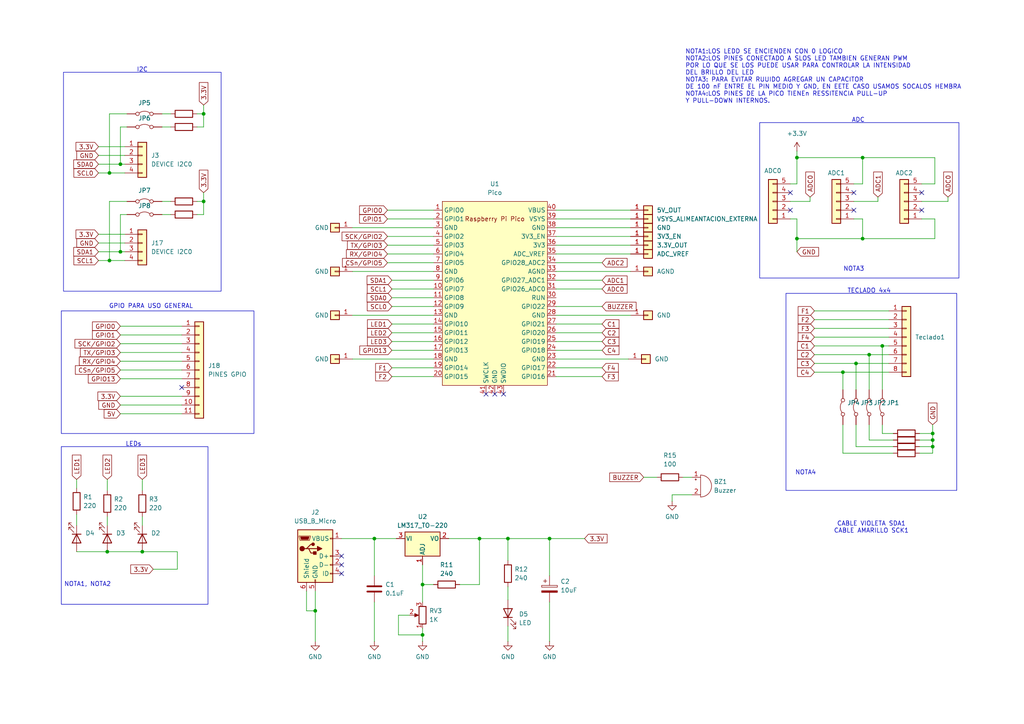
<source format=kicad_sch>
(kicad_sch (version 20231120) (generator "eeschema") (generator_version "8.0")
  (paper "A4")
  (title_block (title "PLACA DE ENTRENAMIENTO PARA RASPBERRY PICO 2") (date "2025-05-16") (rev "0"))
  (lib_symbols
    (symbol "Connector:USB_B_Micro" (pin_names (offset 1.016))
      (property "Reference" "J" (at -5.08 11.43 0))
      (property "Value" "USB_B_Micro" (at -5.08 8.89 0))
      (symbol "USB_B_Micro_0_1"
        (rectangle (start -5.08 -7.62) (end 5.08 7.62) (stroke (width 0.254)) (fill (type background)))
        (circle (center -3.81 2.159) (radius 0.635) (stroke (width 0.254)) (fill (type outline)))
        (circle (center -0.635 3.429) (radius 0.381) (stroke (width 0.254)) (fill (type outline)))
        (rectangle (start -0.127 -7.62) (end 0.127 -6.858))
        (polyline (pts (xy -1.905 2.159) (xy 0.635 2.159)) (stroke (width 0.254)))
        (polyline (pts (xy -3.175 2.159) (xy -2.54 2.159) (xy -1.27 3.429) (xy -0.635 3.429)) (stroke (width 0.254)))
        (polyline (pts (xy -2.54 2.159) (xy -1.905 2.159) (xy -1.27 0.889) (xy 0 0.889)) (stroke (width 0.254)))
        (polyline (pts (xy 0.635 2.794) (xy 0.635 1.524) (xy 1.905 2.159) (xy 0.635 2.794)) (stroke (width 0.254)) (fill (type outline)))
        (polyline (pts (xy -4.318 5.588) (xy -1.778 5.588) (xy -2.032 4.826) (xy -4.064 4.826) (xy -4.318 5.588)) (fill (type outline)))
        (polyline (pts (xy -4.699 5.842) (xy -4.699 5.588) (xy -4.445 4.826) (xy -4.445 4.572) (xy -1.651 4.572) (xy -1.651 4.826) (xy -1.397 5.588) (xy -1.397 5.842) (xy -4.699 5.842)))
        (rectangle (start 0.254 1.27) (end -0.508 0.508) (stroke (width 0.254)) (fill (type outline)))
        (rectangle (start 5.08 -5.207) (end 4.318 -4.953))
        (rectangle (start 5.08 -2.667) (end 4.318 -2.413))
        (rectangle (start 5.08 -0.127) (end 4.318 0.127))
        (rectangle (start 5.08 4.953) (end 4.318 5.207))
      )
      (symbol "USB_B_Micro_1_1"
        (pin power_out line (at 7.62 5.08 180) (length 2.54) (name "VBUS") (number "1"))
        (pin bidirectional line (at 7.62 -2.54 180) (length 2.54) (name "D-") (number "2"))
        (pin bidirectional line (at 7.62 0 180) (length 2.54) (name "D+") (number "3"))
        (pin passive line (at 7.62 -5.08 180) (length 2.54) (name "ID") (number "4"))
        (pin power_out line (at 0 -10.16 90) (length 2.54) (name "GND") (number "5"))
        (pin passive line (at -2.54 -10.16 90) (length 2.54) (name "Shield") (number "6"))
      )
    )
    (symbol "Connector_Generic:Conn_01x01" (pin_names (offset 1.016) hide)
      (property "Reference" "J" (at 0 2.54 0))
      (property "Value" "Conn_01x01" (at 0 -2.54 0))
      (symbol "Conn_01x01_1_1"
        (rectangle (start -1.27 0.127) (end 0 -0.127) (stroke (width 0.1524)))
        (rectangle (start -1.27 1.27) (end 1.27 -1.27) (stroke (width 0.254)) (fill (type background)))
        (pin passive line (at -5.08 0 0) (length 3.81) (name "Pin_1") (number "1"))
      )
    )
    (symbol "Connector_Generic:Conn_01x04" (pin_names (offset 1.016) hide)
      (property "Reference" "J" (at 0 5.08 0))
      (property "Value" "Conn_01x04" (at 0 -7.62 0))
      (symbol "Conn_01x04_1_1"
        (rectangle (start -1.27 -4.953) (end 0 -5.207) (stroke (width 0.1524)))
        (rectangle (start -1.27 -2.413) (end 0 -2.667) (stroke (width 0.1524)))
        (rectangle (start -1.27 0.127) (end 0 -0.127) (stroke (width 0.1524)))
        (rectangle (start -1.27 2.667) (end 0 2.413) (stroke (width 0.1524)))
        (rectangle (start -1.27 3.81) (end 1.27 -6.35) (stroke (width 0.254)) (fill (type background)))
        (pin passive line (at -5.08 2.54 0) (length 3.81) (name "Pin_1") (number "1"))
        (pin passive line (at -5.08 0 0) (length 3.81) (name "Pin_2") (number "2"))
        (pin passive line (at -5.08 -2.54 0) (length 3.81) (name "Pin_3") (number "3"))
        (pin passive line (at -5.08 -5.08 0) (length 3.81) (name "Pin_4") (number "4"))
      )
    )
    (symbol "Connector_Generic:Conn_01x05" (pin_names (offset 1.016) hide)
      (property "Reference" "J" (at 0 7.62 0))
      (property "Value" "Conn_01x05" (at 0 -7.62 0))
      (symbol "Conn_01x05_1_1"
        (rectangle (start -1.27 -4.953) (end 0 -5.207) (stroke (width 0.1524)))
        (rectangle (start -1.27 -2.413) (end 0 -2.667) (stroke (width 0.1524)))
        (rectangle (start -1.27 0.127) (end 0 -0.127) (stroke (width 0.1524)))
        (rectangle (start -1.27 2.667) (end 0 2.413) (stroke (width 0.1524)))
        (rectangle (start -1.27 5.207) (end 0 4.953) (stroke (width 0.1524)))
        (rectangle (start -1.27 6.35) (end 1.27 -6.35) (stroke (width 0.254)) (fill (type background)))
        (pin passive line (at -5.08 5.08 0) (length 3.81) (name "Pin_1") (number "1"))
        (pin passive line (at -5.08 2.54 0) (length 3.81) (name "Pin_2") (number "2"))
        (pin passive line (at -5.08 0 0) (length 3.81) (name "Pin_3") (number "3"))
        (pin passive line (at -5.08 -2.54 0) (length 3.81) (name "Pin_4") (number "4"))
        (pin passive line (at -5.08 -5.08 0) (length 3.81) (name "Pin_5") (number "5"))
      )
    )
    (symbol "Connector_Generic:Conn_01x08" (pin_names (offset 1.016) hide)
      (property "Reference" "J" (at 0 10.16 0))
      (property "Value" "Conn_01x08" (at 0 -12.7 0))
      (symbol "Conn_01x08_1_1"
        (rectangle (start -1.27 -10.033) (end 0 -10.287) (stroke (width 0.1524)))
        (rectangle (start -1.27 -7.493) (end 0 -7.747) (stroke (width 0.1524)))
        (rectangle (start -1.27 -4.953) (end 0 -5.207) (stroke (width 0.1524)))
        (rectangle (start -1.27 -2.413) (end 0 -2.667) (stroke (width 0.1524)))
        (rectangle (start -1.27 0.127) (end 0 -0.127) (stroke (width 0.1524)))
        (rectangle (start -1.27 2.667) (end 0 2.413) (stroke (width 0.1524)))
        (rectangle (start -1.27 5.207) (end 0 4.953) (stroke (width 0.1524)))
        (rectangle (start -1.27 7.747) (end 0 7.493) (stroke (width 0.1524)))
        (rectangle (start -1.27 8.89) (end 1.27 -11.43) (stroke (width 0.254)) (fill (type background)))
        (pin passive line (at -5.08 7.62 0) (length 3.81) (name "Pin_1") (number "1"))
        (pin passive line (at -5.08 5.08 0) (length 3.81) (name "Pin_2") (number "2"))
        (pin passive line (at -5.08 2.54 0) (length 3.81) (name "Pin_3") (number "3"))
        (pin passive line (at -5.08 0 0) (length 3.81) (name "Pin_4") (number "4"))
        (pin passive line (at -5.08 -2.54 0) (length 3.81) (name "Pin_5") (number "5"))
        (pin passive line (at -5.08 -5.08 0) (length 3.81) (name "Pin_6") (number "6"))
        (pin passive line (at -5.08 -7.62 0) (length 3.81) (name "Pin_7") (number "7"))
        (pin passive line (at -5.08 -10.16 0) (length 3.81) (name "Pin_8") (number "8"))
      )
    )
    (symbol "Connector_Generic:Conn_01x11" (pin_names (offset 1.016) hide)
      (property "Reference" "J" (at 0 15.24 0))
      (property "Value" "Conn_01x11" (at 0 -15.24 0))
      (symbol "Conn_01x11_1_1"
        (rectangle (start -1.27 -12.573) (end 0 -12.827) (stroke (width 0.1524)))
        (rectangle (start -1.27 -10.033) (end 0 -10.287) (stroke (width 0.1524)))
        (rectangle (start -1.27 -7.493) (end 0 -7.747) (stroke (width 0.1524)))
        (rectangle (start -1.27 -4.953) (end 0 -5.207) (stroke (width 0.1524)))
        (rectangle (start -1.27 -2.413) (end 0 -2.667) (stroke (width 0.1524)))
        (rectangle (start -1.27 0.127) (end 0 -0.127) (stroke (width 0.1524)))
        (rectangle (start -1.27 2.667) (end 0 2.413) (stroke (width 0.1524)))
        (rectangle (start -1.27 5.207) (end 0 4.953) (stroke (width 0.1524)))
        (rectangle (start -1.27 7.747) (end 0 7.493) (stroke (width 0.1524)))
        (rectangle (start -1.27 10.287) (end 0 10.033) (stroke (width 0.1524)))
        (rectangle (start -1.27 12.827) (end 0 12.573) (stroke (width 0.1524)))
        (rectangle (start -1.27 13.97) (end 1.27 -13.97) (stroke (width 0.254)) (fill (type background)))
        (pin passive line (at -5.08 12.7 0) (length 3.81) (name "Pin_1") (number "1"))
        (pin passive line (at -5.08 -10.16 0) (length 3.81) (name "Pin_10") (number "10"))
        (pin passive line (at -5.08 -12.7 0) (length 3.81) (name "Pin_11") (number "11"))
        (pin passive line (at -5.08 10.16 0) (length 3.81) (name "Pin_2") (number "2"))
        (pin passive line (at -5.08 7.62 0) (length 3.81) (name "Pin_3") (number "3"))
        (pin passive line (at -5.08 5.08 0) (length 3.81) (name "Pin_4") (number "4"))
        (pin passive line (at -5.08 2.54 0) (length 3.81) (name "Pin_5") (number "5"))
        (pin passive line (at -5.08 0 0) (length 3.81) (name "Pin_6") (number "6"))
        (pin passive line (at -5.08 -2.54 0) (length 3.81) (name "Pin_7") (number "7"))
        (pin passive line (at -5.08 -5.08 0) (length 3.81) (name "Pin_8") (number "8"))
        (pin passive line (at -5.08 -7.62 0) (length 3.81) (name "Pin_9") (number "9"))
      )
    )
    (symbol "Device:Buzzer" (pin_names (offset 0.0254) hide)
      (property "Reference" "BZ" (at 3.81 1.27 0))
      (property "Value" "Buzzer" (at 3.81 -1.27 0))
      (symbol "Buzzer_0_1"
        (arc (start 0 -3.175) (mid 3.1612 0) (end 0 3.175))
        (polyline (pts (xy -1.651 1.905) (xy -1.143 1.905)))
        (polyline (pts (xy -1.397 2.159) (xy -1.397 1.651)))
        (polyline (pts (xy 0 3.175) (xy 0 -3.175)))
      )
      (symbol "Buzzer_1_1"
        (pin passive line (at -2.54 2.54 0) (length 2.54) (name "+") (number "1"))
        (pin passive line (at -2.54 -2.54 0) (length 2.54) (name "-") (number "2"))
      )
    )
    (symbol "Device:C" (pin_numbers hide) (pin_names (offset 0.254))
      (property "Reference" "C" (at 0.635 2.54 0))
      (property "Value" "C" (at 0.635 -2.54 0))
      (symbol "C_0_1"
        (polyline (pts (xy -2.032 -0.762) (xy 2.032 -0.762)) (stroke (width 0.508)))
        (polyline (pts (xy -2.032 0.762) (xy 2.032 0.762)) (stroke (width 0.508)))
      )
      (symbol "C_1_1"
        (pin passive line (at 0 3.81 270) (length 2.794) (name "~") (number "1"))
        (pin passive line (at 0 -3.81 90) (length 2.794) (name "~") (number "2"))
      )
    )
    (symbol "Device:C_Polarized" (pin_numbers hide) (pin_names (offset 0.254))
      (property "Reference" "C" (at 0.635 2.54 0))
      (property "Value" "C_Polarized" (at 0.635 -2.54 0))
      (symbol "C_Polarized_0_1"
        (rectangle (start -2.286 0.508) (end 2.286 1.016))
        (polyline (pts (xy -1.778 2.286) (xy -0.762 2.286)))
        (polyline (pts (xy -1.27 2.794) (xy -1.27 1.778)))
        (rectangle (start 2.286 -0.508) (end -2.286 -1.016) (fill (type outline)))
      )
      (symbol "C_Polarized_1_1"
        (pin passive line (at 0 3.81 270) (length 2.794) (name "~") (number "1"))
        (pin passive line (at 0 -3.81 90) (length 2.794) (name "~") (number "2"))
      )
    )
    (symbol "Device:LED" (pin_numbers hide) (pin_names (offset 1.016) hide)
      (property "Reference" "D" (at 0 2.54 0))
      (property "Value" "LED" (at 0 -2.54 0))
      (symbol "LED_0_1"
        (polyline (pts (xy -1.27 -1.27) (xy -1.27 1.27)) (stroke (width 0.254)))
        (polyline (pts (xy -1.27 0) (xy 1.27 0)))
        (polyline (pts (xy 1.27 -1.27) (xy 1.27 1.27) (xy -1.27 0) (xy 1.27 -1.27)) (stroke (width 0.254)))
        (polyline (pts (xy -3.048 -0.762) (xy -4.572 -2.286) (xy -3.81 -2.286) (xy -4.572 -2.286) (xy -4.572 -1.524)))
        (polyline (pts (xy -1.778 -0.762) (xy -3.302 -2.286) (xy -2.54 -2.286) (xy -3.302 -2.286) (xy -3.302 -1.524)))
      )
      (symbol "LED_1_1"
        (pin passive line (at -3.81 0 0) (length 2.54) (name "K") (number "1"))
        (pin passive line (at 3.81 0 180) (length 2.54) (name "A") (number "2"))
      )
    )
    (symbol "Device:R" (pin_numbers hide) (pin_names (offset 0))
      (property "Reference" "R" (at 2.032 0 90))
      (property "Value" "R" (at 0 0 90))
      (symbol "R_0_1"
        (rectangle (start -1.016 -2.54) (end 1.016 2.54) (stroke (width 0.254)))
      )
      (symbol "R_1_1"
        (pin passive line (at 0 3.81 270) (length 1.27) (name "~") (number "1"))
        (pin passive line (at 0 -3.81 90) (length 1.27) (name "~") (number "2"))
      )
    )
    (symbol "Device:R_Potentiometer" (pin_names (offset 1.016) hide)
      (property "Reference" "RV" (at -4.445 0 90))
      (property "Value" "R_Potentiometer" (at -2.54 0 90))
      (symbol "R_Potentiometer_0_1"
        (polyline (pts (xy 2.54 0) (xy 1.524 0)))
        (polyline (pts (xy 1.143 0) (xy 2.286 0.508) (xy 2.286 -0.508) (xy 1.143 0)) (fill (type outline)))
        (rectangle (start 1.016 2.54) (end -1.016 -2.54) (stroke (width 0.254)))
      )
      (symbol "R_Potentiometer_1_1"
        (pin passive line (at 0 3.81 270) (length 1.27) (name "1") (number "1"))
        (pin passive line (at 3.81 0 180) (length 1.27) (name "2") (number "2"))
        (pin passive line (at 0 -3.81 90) (length 1.27) (name "3") (number "3"))
      )
    )
    (symbol "Jumper:Jumper_2_Bridged" (pin_numbers hide) (pin_names (offset 0) hide) (exclude_from_sim yes)
      (property "Reference" "JP" (at 0 1.905 0))
      (property "Value" "Jumper_2_Bridged" (at 0 -2.54 0))
      (symbol "Jumper_2_Bridged_0_0"
        (circle (center -2.032 0) (radius 0.508))
        (circle (center 2.032 0) (radius 0.508))
      )
      (symbol "Jumper_2_Bridged_0_1"
        (arc (start 1.524 0.254) (mid 0 0.762) (end -1.524 0.254))
      )
      (symbol "Jumper_2_Bridged_1_1"
        (pin passive line (at -5.08 0 0) (length 2.54) (name "A") (number "1"))
        (pin passive line (at 5.08 0 180) (length 2.54) (name "B") (number "2"))
      )
    )
    (symbol "MCU_RaspberryPi_and_Boards:Pico"
      (property "Reference" "U" (at -13.97 27.94 0))
      (property "Value" "Pico" (at 0 19.05 0))
      (symbol "Pico_0_0"
        (text "Raspberry Pi Pico" (at 0 21.59 0) (effects (font (size 1.27 1.27))))
      )
      (symbol "Pico_0_1"
        (rectangle (start -15.24 26.67) (end 15.24 -26.67) (fill (type background)))
      )
      (symbol "Pico_1_1"
        (pin bidirectional line (at -17.78 24.13 0) (length 2.54) (name "GPIO0") (number "1"))
        (pin bidirectional line (at -17.78 1.27 0) (length 2.54) (name "GPIO7") (number "10"))
        (pin bidirectional line (at -17.78 -1.27 0) (length 2.54) (name "GPIO8") (number "11"))
        (pin bidirectional line (at -17.78 -3.81 0) (length 2.54) (name "GPIO9") (number "12"))
        (pin power_in line (at -17.78 -6.35 0) (length 2.54) (name "GND") (number "13"))
        (pin bidirectional line (at -17.78 -8.89 0) (length 2.54) (name "GPIO10") (number "14"))
        (pin bidirectional line (at -17.78 -11.43 0) (length 2.54) (name "GPIO11") (number "15"))
        (pin bidirectional line (at -17.78 -13.97 0) (length 2.54) (name "GPIO12") (number "16"))
        (pin bidirectional line (at -17.78 -16.51 0) (length 2.54) (name "GPIO13") (number "17"))
        (pin power_in line (at -17.78 -19.05 0) (length 2.54) (name "GND") (number "18"))
        (pin bidirectional line (at -17.78 -21.59 0) (length 2.54) (name "GPIO14") (number "19"))
        (pin bidirectional line (at -17.78 21.59 0) (length 2.54) (name "GPIO1") (number "2"))
        (pin bidirectional line (at -17.78 -24.13 0) (length 2.54) (name "GPIO15") (number "20"))
        (pin bidirectional line (at 17.78 -24.13 180) (length 2.54) (name "GPIO16") (number "21"))
        (pin bidirectional line (at 17.78 -21.59 180) (length 2.54) (name "GPIO17") (number "22"))
        (pin power_in line (at 17.78 -19.05 180) (length 2.54) (name "GND") (number "23"))
        (pin bidirectional line (at 17.78 -16.51 180) (length 2.54) (name "GPIO18") (number "24"))
        (pin bidirectional line (at 17.78 -13.97 180) (length 2.54) (name "GPIO19") (number "25"))
        (pin bidirectional line (at 17.78 -11.43 180) (length 2.54) (name "GPIO20") (number "26"))
        (pin bidirectional line (at 17.78 -8.89 180) (length 2.54) (name "GPIO21") (number "27"))
        (pin power_in line (at 17.78 -6.35 180) (length 2.54) (name "GND") (number "28"))
        (pin bidirectional line (at 17.78 -3.81 180) (length 2.54) (name "GPIO22") (number "29"))
        (pin power_in line (at -17.78 19.05 0) (length 2.54) (name "GND") (number "3"))
        (pin input line (at 17.78 -1.27 180) (length 2.54) (name "RUN") (number "30"))
        (pin bidirectional line (at 17.78 1.27 180) (length 2.54) (name "GPIO26_ADC0") (number "31"))
        (pin bidirectional line (at 17.78 3.81 180) (length 2.54) (name "GPIO27_ADC1") (number "32"))
        (pin power_in line (at 17.78 6.35 180) (length 2.54) (name "AGND") (number "33"))
        (pin bidirectional line (at 17.78 8.89 180) (length 2.54) (name "GPIO28_ADC2") (number "34"))
        (pin power_in line (at 17.78 11.43 180) (length 2.54) (name "ADC_VREF") (number "35"))
        (pin power_in line (at 17.78 13.97 180) (length 2.54) (name "3V3") (number "36"))
        (pin input line (at 17.78 16.51 180) (length 2.54) (name "3V3_EN") (number "37"))
        (pin bidirectional line (at 17.78 19.05 180) (length 2.54) (name "GND") (number "38"))
        (pin power_in line (at 17.78 21.59 180) (length 2.54) (name "VSYS") (number "39"))
        (pin bidirectional line (at -17.78 16.51 0) (length 2.54) (name "GPIO2") (number "4"))
        (pin power_in line (at 17.78 24.13 180) (length 2.54) (name "VBUS") (number "40"))
        (pin input line (at -2.54 -29.21 90) (length 2.54) (name "SWCLK") (number "41"))
        (pin power_in line (at 0 -29.21 90) (length 2.54) (name "GND") (number "42"))
        (pin bidirectional line (at 2.54 -29.21 90) (length 2.54) (name "SWDIO") (number "43"))
        (pin bidirectional line (at -17.78 13.97 0) (length 2.54) (name "GPIO3") (number "5"))
        (pin bidirectional line (at -17.78 11.43 0) (length 2.54) (name "GPIO4") (number "6"))
        (pin bidirectional line (at -17.78 8.89 0) (length 2.54) (name "GPIO5") (number "7"))
        (pin power_in line (at -17.78 6.35 0) (length 2.54) (name "GND") (number "8"))
        (pin bidirectional line (at -17.78 3.81 0) (length 2.54) (name "GPIO6") (number "9"))
      )
    )
    (symbol "Regulator_Linear:LM317_TO-220" (pin_names (offset 0.254))
      (property "Reference" "U" (at -3.81 3.175 0))
      (property "Value" "LM317_TO-220" (at 0 3.175 0))
      (symbol "LM317_TO-220_0_1"
        (rectangle (start -5.08 1.905) (end 5.08 -5.08) (stroke (width 0.254)) (fill (type background)))
      )
      (symbol "LM317_TO-220_1_1"
        (pin input line (at 0 -7.62 90) (length 2.54) (name "ADJ") (number "1"))
        (pin power_out line (at 7.62 0 180) (length 2.54) (name "VO") (number "2"))
        (pin power_in line (at -7.62 0 0) (length 2.54) (name "VI") (number "3"))
      )
    )
    (symbol "power:+3.3V" (power) (pin_numbers hide) (pin_names (offset 0) hide)
      (property "Value" "+3.3V" (at 0 3.556 0))
      (symbol "+3.3V_0_1"
        (polyline (pts (xy -0.762 1.27) (xy 0 2.54)))
        (polyline (pts (xy 0 0) (xy 0 2.54)))
        (polyline (pts (xy 0 2.54) (xy 0.762 1.27)))
      )
      (symbol "+3.3V_1_1"
        (pin power_in line (at 0 0 90) (length 0) (name "~") (number "1"))
      )
    )
    (symbol "power:GND" (power) (pin_numbers hide) (pin_names (offset 0) hide)
      (property "Value" "GND" (at 0 -3.81 0))
      (symbol "GND_0_1"
        (polyline (pts (xy 0 0) (xy 0 -1.27) (xy 1.27 -1.27) (xy 0 -2.54) (xy -1.27 -1.27) (xy 0 -1.27)))
      )
      (symbol "GND_1_1"
        (pin power_in line (at 0 0 270) (length 0) (name "~") (number "1"))
      )
    )
  )
  (junction (at 270.51 129.54))
  (junction (at 122.555 169.545))
  (junction (at 41.275 160.02))
  (junction (at 31.75 75.565))
  (junction (at 122.555 184.15))
  (junction (at 31.115 160.02))
  (junction (at 270.51 127.635))
  (junction (at 59.055 58.42))
  (junction (at 231.14 69.215))
  (junction (at 108.585 156.21))
  (junction (at 31.75 50.165))
  (junction (at 91.44 177.165))
  (junction (at 248.285 105.41))
  (junction (at 250.19 69.215))
  (junction (at 252.095 102.87))
  (junction (at 139.065 156.21))
  (junction (at 159.385 156.21))
  (junction (at 59.055 33.02))
  (junction (at 231.14 45.72))
  (junction (at 255.905 100.33))
  (junction (at 147.32 156.21))
  (junction (at 270.51 125.73))
  (junction (at 34.925 73.025))
  (junction (at 34.925 47.625))
  (junction (at 244.475 107.95))
  (junction (at 250.19 45.72))
  (no_connect (at 99.06 161.29))
  (no_connect (at 247.65 60.96))
  (no_connect (at 99.06 163.83))
  (no_connect (at 267.335 60.96))
  (no_connect (at 229.235 55.88))
  (no_connect (at 140.97 114.3))
  (no_connect (at 99.06 166.37))
  (no_connect (at 143.51 114.3))
  (no_connect (at 247.65 55.88))
  (no_connect (at 267.335 55.88))
  (no_connect (at 229.235 60.96))
  (no_connect (at 52.705 112.395))
  (no_connect (at 146.05 114.3))
  (wire (pts (xy 28.575 47.625) (xy 34.925 47.625)))
  (wire (pts (xy 270.51 125.73) (xy 270.51 123.19)))
  (wire (pts (xy 161.29 60.96) (xy 182.88 60.96)))
  (wire (pts (xy 161.29 78.74) (xy 182.88 78.74)))
  (wire (pts (xy 113.665 86.36) (xy 125.73 86.36)))
  (wire (pts (xy 31.75 75.565) (xy 36.195 75.565)))
  (wire (pts (xy 259.08 129.54) (xy 248.285 129.54)))
  (wire (pts (xy 31.115 149.86) (xy 31.115 152.4)))
  (wire (pts (xy 147.32 170.18) (xy 147.32 173.99)))
  (wire (pts (xy 34.925 107.315) (xy 52.705 107.315)))
  (wire (pts (xy 36.83 62.23) (xy 34.925 62.23)))
  (wire (pts (xy 118.745 178.435) (xy 115.57 178.435)))
  (wire (pts (xy 252.095 127.635) (xy 252.095 123.19)))
  (wire (pts (xy 147.32 156.21) (xy 147.32 162.56)))
  (wire (pts (xy 229.235 63.5) (xy 231.14 63.5)))
  (wire (pts (xy 247.65 58.42) (xy 254.635 58.42)))
  (wire (pts (xy 113.665 96.52) (xy 125.73 96.52)))
  (wire (pts (xy 259.08 127.635) (xy 252.095 127.635)))
  (wire (pts (xy 34.925 99.695) (xy 52.705 99.695)))
  (wire (pts (xy 88.9 177.165) (xy 91.44 177.165)))
  (wire (pts (xy 254.635 57.15) (xy 254.635 58.42)))
  (wire (pts (xy 22.225 139.065) (xy 22.225 141.605)))
  (wire (pts (xy 161.29 99.06) (xy 174.625 99.06)))
  (wire (pts (xy 122.555 184.15) (xy 122.555 186.055)))
  (wire (pts (xy 252.095 102.87) (xy 257.81 102.87)))
  (wire (pts (xy 112.395 68.58) (xy 125.73 68.58)))
  (wire (pts (xy 234.95 57.15) (xy 234.95 58.42)))
  (wire (pts (xy 46.99 58.42) (xy 49.53 58.42)))
  (wire (pts (xy 28.575 73.025) (xy 34.925 73.025)))
  (wire (pts (xy 102.235 91.44) (xy 125.73 91.44)))
  (wire (pts (xy 161.29 101.6) (xy 174.625 101.6)))
  (wire (pts (xy 266.7 125.73) (xy 270.51 125.73)))
  (wire (pts (xy 161.29 88.9) (xy 174.625 88.9)))
  (wire (pts (xy 255.905 125.73) (xy 255.905 123.19)))
  (wire (pts (xy 102.235 104.14) (xy 125.73 104.14)))
  (wire (pts (xy 133.35 169.545) (xy 139.065 169.545)))
  (wire (pts (xy 247.65 63.5) (xy 250.19 63.5)))
  (wire (pts (xy 231.14 69.215) (xy 250.19 69.215)))
  (wire (pts (xy 28.575 42.545) (xy 36.195 42.545)))
  (wire (pts (xy 28.575 50.165) (xy 31.75 50.165)))
  (wire (pts (xy 147.32 181.61) (xy 147.32 186.055)))
  (wire (pts (xy 248.285 105.41) (xy 248.285 113.03)))
  (wire (pts (xy 28.575 45.085) (xy 36.195 45.085)))
  (wire (pts (xy 34.925 102.235) (xy 52.705 102.235)))
  (wire (pts (xy 186.69 138.43) (xy 190.5 138.43)))
  (wire (pts (xy 255.905 100.33) (xy 257.81 100.33)))
  (wire (pts (xy 34.925 47.625) (xy 36.195 47.625)))
  (wire (pts (xy 271.145 45.72) (xy 250.19 45.72)))
  (wire (pts (xy 112.395 73.66) (xy 125.73 73.66)))
  (wire (pts (xy 231.14 69.215) (xy 231.14 73.025)))
  (wire (pts (xy 46.99 33.02) (xy 49.53 33.02)))
  (wire (pts (xy 231.14 63.5) (xy 231.14 69.215)))
  (wire (pts (xy 161.29 106.68) (xy 174.625 106.68)))
  (wire (pts (xy 115.57 178.435) (xy 115.57 184.15)))
  (wire (pts (xy 59.055 30.48) (xy 59.055 33.02)))
  (wire (pts (xy 147.32 156.21) (xy 159.385 156.21)))
  (wire (pts (xy 236.22 107.95) (xy 244.475 107.95)))
  (wire (pts (xy 161.29 76.2) (xy 174.625 76.2)))
  (wire (pts (xy 34.925 73.025) (xy 36.195 73.025)))
  (wire (pts (xy 112.395 71.12) (xy 125.73 71.12)))
  (wire (pts (xy 252.095 102.87) (xy 252.095 113.03)))
  (wire (pts (xy 36.83 36.83) (xy 34.925 36.83)))
  (wire (pts (xy 271.145 53.34) (xy 271.145 45.72)))
  (wire (pts (xy 198.12 138.43) (xy 200.66 138.43)))
  (wire (pts (xy 248.285 105.41) (xy 257.81 105.41)))
  (wire (pts (xy 102.235 66.04) (xy 125.73 66.04)))
  (wire (pts (xy 122.555 169.545) (xy 125.73 169.545)))
  (wire (pts (xy 31.115 160.02) (xy 41.275 160.02)))
  (wire (pts (xy 102.235 78.74) (xy 125.73 78.74)))
  (wire (pts (xy 267.335 58.42) (xy 274.955 58.42)))
  (wire (pts (xy 34.925 114.935) (xy 52.705 114.935)))
  (wire (pts (xy 139.065 169.545) (xy 139.065 156.21)))
  (wire (pts (xy 267.335 63.5) (xy 271.145 63.5)))
  (wire (pts (xy 34.925 109.855) (xy 52.705 109.855)))
  (wire (pts (xy 112.395 60.96) (xy 125.73 60.96)))
  (wire (pts (xy 161.29 109.22) (xy 174.625 109.22)))
  (wire (pts (xy 22.225 149.225) (xy 22.225 152.4)))
  (wire (pts (xy 161.29 91.44) (xy 182.88 91.44)))
  (wire (pts (xy 99.06 156.21) (xy 108.585 156.21)))
  (wire (pts (xy 159.385 174.625) (xy 159.385 186.055)))
  (wire (pts (xy 255.905 100.33) (xy 255.905 113.03)))
  (wire (pts (xy 34.925 62.23) (xy 34.925 73.025)))
  (wire (pts (xy 59.055 33.02) (xy 59.055 36.83)))
  (wire (pts (xy 113.665 101.6) (xy 125.73 101.6)))
  (wire (pts (xy 244.475 107.95) (xy 257.81 107.95)))
  (wire (pts (xy 248.285 129.54) (xy 248.285 123.19)))
  (wire (pts (xy 244.475 107.95) (xy 244.475 113.03)))
  (wire (pts (xy 36.83 58.42) (xy 31.75 58.42)))
  (wire (pts (xy 266.7 131.445) (xy 270.51 131.445)))
  (wire (pts (xy 244.475 131.445) (xy 244.475 123.19)))
  (wire (pts (xy 161.29 96.52) (xy 174.625 96.52)))
  (wire (pts (xy 231.14 45.72) (xy 250.19 45.72)))
  (wire (pts (xy 113.665 81.28) (xy 125.73 81.28)))
  (wire (pts (xy 59.055 58.42) (xy 59.055 62.23)))
  (wire (pts (xy 231.14 53.34) (xy 231.14 45.72)))
  (wire (pts (xy 59.055 36.83) (xy 57.15 36.83)))
  (wire (pts (xy 59.055 55.88) (xy 59.055 58.42)))
  (wire (pts (xy 108.585 167.005) (xy 108.585 156.21)))
  (wire (pts (xy 113.665 88.9) (xy 125.73 88.9)))
  (wire (pts (xy 108.585 174.625) (xy 108.585 186.055)))
  (wire (pts (xy 236.22 105.41) (xy 248.285 105.41)))
  (wire (pts (xy 139.065 156.21) (xy 130.175 156.21)))
  (wire (pts (xy 34.925 97.155) (xy 52.705 97.155)))
  (wire (pts (xy 59.055 33.02) (xy 57.15 33.02)))
  (wire (pts (xy 161.29 83.82) (xy 174.625 83.82)))
  (wire (pts (xy 236.22 90.17) (xy 257.81 90.17)))
  (wire (pts (xy 44.45 165.1) (xy 51.435 165.1)))
  (wire (pts (xy 108.585 156.21) (xy 114.935 156.21)))
  (wire (pts (xy 161.29 71.12) (xy 182.88 71.12)))
  (wire (pts (xy 194.945 143.51) (xy 194.945 145.415)))
  (wire (pts (xy 161.29 104.14) (xy 182.245 104.14)))
  (wire (pts (xy 22.225 160.02) (xy 31.115 160.02)))
  (wire (pts (xy 31.75 58.42) (xy 31.75 75.565)))
  (wire (pts (xy 122.555 169.545) (xy 122.555 174.625)))
  (wire (pts (xy 161.29 81.28) (xy 174.625 81.28)))
  (wire (pts (xy 270.51 131.445) (xy 270.51 129.54)))
  (wire (pts (xy 231.14 45.72) (xy 231.14 43.815)))
  (wire (pts (xy 122.555 163.83) (xy 122.555 169.545)))
  (wire (pts (xy 91.44 177.165) (xy 91.44 186.055)))
  (wire (pts (xy 267.335 53.34) (xy 271.145 53.34)))
  (wire (pts (xy 161.29 93.98) (xy 174.625 93.98)))
  (wire (pts (xy 236.22 102.87) (xy 252.095 102.87)))
  (wire (pts (xy 270.51 127.635) (xy 270.51 125.73)))
  (wire (pts (xy 34.925 94.615) (xy 52.705 94.615)))
  (wire (pts (xy 139.065 156.21) (xy 147.32 156.21)))
  (wire (pts (xy 88.9 171.45) (xy 88.9 177.165)))
  (wire (pts (xy 270.51 129.54) (xy 270.51 127.635)))
  (wire (pts (xy 113.665 93.98) (xy 125.73 93.98)))
  (wire (pts (xy 31.115 139.065) (xy 31.115 142.24)))
  (wire (pts (xy 41.275 160.02) (xy 51.435 160.02)))
  (wire (pts (xy 113.665 109.22) (xy 125.73 109.22)))
  (wire (pts (xy 122.555 182.245) (xy 122.555 184.15)))
  (wire (pts (xy 161.29 63.5) (xy 182.88 63.5)))
  (wire (pts (xy 34.925 120.015) (xy 52.705 120.015)))
  (wire (pts (xy 266.7 127.635) (xy 270.51 127.635)))
  (wire (pts (xy 36.83 33.02) (xy 31.75 33.02)))
  (wire (pts (xy 229.235 58.42) (xy 234.95 58.42)))
  (wire (pts (xy 113.665 83.82) (xy 125.73 83.82)))
  (wire (pts (xy 247.65 53.34) (xy 250.19 53.34)))
  (wire (pts (xy 91.44 171.45) (xy 91.44 177.165)))
  (wire (pts (xy 34.925 117.475) (xy 52.705 117.475)))
  (wire (pts (xy 271.145 63.5) (xy 271.145 69.215)))
  (wire (pts (xy 259.08 125.73) (xy 255.905 125.73)))
  (wire (pts (xy 41.275 149.86) (xy 41.275 152.4)))
  (wire (pts (xy 31.75 33.02) (xy 31.75 50.165)))
  (wire (pts (xy 51.435 160.02) (xy 51.435 165.1)))
  (wire (pts (xy 46.99 62.23) (xy 49.53 62.23)))
  (wire (pts (xy 250.19 63.5) (xy 250.19 69.215)))
  (wire (pts (xy 250.19 53.34) (xy 250.19 45.72)))
  (wire (pts (xy 41.275 139.065) (xy 41.275 142.24)))
  (wire (pts (xy 161.29 68.58) (xy 182.88 68.58)))
  (wire (pts (xy 112.395 76.2) (xy 125.73 76.2)))
  (wire (pts (xy 159.385 167.005) (xy 159.385 156.21)))
  (wire (pts (xy 236.22 100.33) (xy 255.905 100.33)))
  (wire (pts (xy 161.29 66.04) (xy 182.88 66.04)))
  (wire (pts (xy 112.395 63.5) (xy 125.73 63.5)))
  (wire (pts (xy 31.75 50.165) (xy 36.195 50.165)))
  (wire (pts (xy 34.925 36.83) (xy 34.925 47.625)))
  (wire (pts (xy 159.385 156.21) (xy 169.545 156.21)))
  (wire (pts (xy 59.055 58.42) (xy 57.15 58.42)))
  (wire (pts (xy 236.22 92.71) (xy 257.81 92.71)))
  (wire (pts (xy 259.08 131.445) (xy 244.475 131.445)))
  (wire (pts (xy 266.7 129.54) (xy 270.51 129.54)))
  (wire (pts (xy 59.055 62.23) (xy 57.15 62.23)))
  (wire (pts (xy 34.925 104.775) (xy 52.705 104.775)))
  (wire (pts (xy 161.29 73.66) (xy 182.88 73.66)))
  (wire (pts (xy 113.665 106.68) (xy 125.73 106.68)))
  (wire (pts (xy 28.575 67.945) (xy 36.195 67.945)))
  (wire (pts (xy 200.66 143.51) (xy 194.945 143.51)))
  (wire (pts (xy 274.955 57.15) (xy 274.955 58.42)))
  (wire (pts (xy 236.22 97.79) (xy 257.81 97.79)))
  (wire (pts (xy 28.575 70.485) (xy 36.195 70.485)))
  (wire (pts (xy 113.665 99.06) (xy 125.73 99.06)))
  (wire (pts (xy 28.575 75.565) (xy 31.75 75.565)))
  (wire (pts (xy 115.57 184.15) (xy 122.555 184.15)))
  (wire (pts (xy 236.22 95.25) (xy 257.81 95.25)))
  (wire (pts (xy 229.235 53.34) (xy 231.14 53.34)))
  (wire (pts (xy 250.19 69.215) (xy 271.145 69.215)))
  (wire (pts (xy 46.99 36.83) (xy 49.53 36.83)))
  (rectangle (start 17.78 90.17) (end 73.66 125.73))
  (rectangle (start 18.415 20.955) (end 64.135 84.455))
  (rectangle (start 17.78 129.54) (end 60.325 175.26))
  (rectangle (start 227.965 85.09) (end 277.495 142.24))
  (rectangle (start 220.345 35.56) (end 278.13 80.645))
  (text "NOTA4" (at 233.68 137.16 0) (effects (font (size 1.27 1.27))))
  (text "NOTA3" (at 247.65 78.105 0) (effects (font (size 1.27 1.27))))
  (text "NOTA1:LOS LEDD SE ENCIENDEN CON 0 LOGICO\nNOTA2:LOS PINES CONECTADO A SLOS LED TAMBIEN GENERAN PWM\nPOR LO QUE SE LOS PUEDE USAR PARA CONTROLAR LA INTENSIDAD\nDEL BRILLO DEL LED\nNOTA3: PARA EVITAR RUUIDO AGREGAR UN CAPACITOR\nDE 100 nF ENTRE EL PIN MEDIO Y GND, EN EETE CASO USAMOS SOCALOS HEMBRA\nNOTA4:LOS PINES DE LA PICO TIENEn RESSITENCIA PULL-UP\nY PULL-DOWN INTERNOS." (at 198.755 22.225 0) (effects (font (size 1.27 1.27)) (justify left)))
  (text "GPIO PARA USO GENERAL\n" (at 43.815 88.9 0) (effects (font (size 1.27 1.27))))
  (text "CABLE VIOLETA SDA1\nCABLE AMARILLO SCK1\n" (at 252.73 153.035 0) (effects (font (size 1.27 1.27))))
  (text "TECLADO 4x4\n" (at 252.095 84.455 0) (effects (font (size 1.27 1.27))))
  (text "I2C" (at 41.275 20.32 0) (effects (font (size 1.27 1.27))))
  (text "LEDs" (at 38.735 128.905 0) (effects (font (size 1.27 1.27))))
  (text "ADC\n" (at 248.92 34.925 0) (effects (font (size 1.27 1.27))))
  (text "NOTA1, NOTA2" (at 25.4 169.545 0) (effects (font (size 1.27 1.27))))
  (global_label "SCL0" (shape input) (at 113.665 88.9 180) (property "Intersheetrefs" "${INTERSHEET_REFS}" (effects (hide yes))))
  (global_label "3.3V" (shape input) (at 59.055 55.88 90) (property "Intersheetrefs" "${INTERSHEET_REFS}" (effects (hide yes))))
  (global_label "C1" (shape input) (at 236.22 100.33 180) (property "Intersheetrefs" "${INTERSHEET_REFS}" (effects (hide yes))))
  (global_label "ADC0" (shape input) (at 274.955 57.15 90) (property "Intersheetrefs" "${INTERSHEET_REFS}" (effects (hide yes))))
  (global_label "3.3V" (shape input) (at 28.575 67.945 180) (property "Intersheetrefs" "${INTERSHEET_REFS}" (effects (hide yes))))
  (global_label "SCK{slash}GPIO2" (shape input) (at 34.925 99.695 180) (property "Intersheetrefs" "${INTERSHEET_REFS}" (effects (hide yes))))
  (global_label "SDA0" (shape input) (at 113.665 86.36 180) (property "Intersheetrefs" "${INTERSHEET_REFS}" (effects (hide yes))))
  (global_label "CSn{slash}GPIO5" (shape input) (at 34.925 107.315 180) (property "Intersheetrefs" "${INTERSHEET_REFS}" (effects (hide yes))))
  (global_label "LED3" (shape input) (at 113.665 99.06 180) (property "Intersheetrefs" "${INTERSHEET_REFS}" (effects (hide yes))))
  (global_label "3.3V" (shape input) (at 44.45 165.1 180) (property "Intersheetrefs" "${INTERSHEET_REFS}" (effects (hide yes))))
  (global_label "CSn{slash}GPIO5" (shape input) (at 112.395 76.2 180) (property "Intersheetrefs" "${INTERSHEET_REFS}" (effects (hide yes))))
  (global_label "GND" (shape input) (at 34.925 117.475 180) (property "Intersheetrefs" "${INTERSHEET_REFS}" (effects (hide yes))))
  (global_label "3.3V" (shape input) (at 169.545 156.21 0) (property "Intersheetrefs" "${INTERSHEET_REFS}" (effects (hide yes))))
  (global_label "F3" (shape input) (at 174.625 109.22 0) (property "Intersheetrefs" "${INTERSHEET_REFS}" (effects (hide yes))))
  (global_label "F4" (shape input) (at 236.22 97.79 180) (property "Intersheetrefs" "${INTERSHEET_REFS}" (effects (hide yes))))
  (global_label "F4" (shape input) (at 174.625 106.68 0) (property "Intersheetrefs" "${INTERSHEET_REFS}" (effects (hide yes))))
  (global_label "SDA1" (shape input) (at 113.665 81.28 180) (property "Intersheetrefs" "${INTERSHEET_REFS}" (effects (hide yes))))
  (global_label "LED2" (shape input) (at 113.665 96.52 180) (property "Intersheetrefs" "${INTERSHEET_REFS}" (effects (hide yes))))
  (global_label "GPIO1" (shape input) (at 112.395 63.5 180) (property "Intersheetrefs" "${INTERSHEET_REFS}" (effects (hide yes))))
  (global_label "5V" (shape input) (at 34.925 120.015 180) (property "Intersheetrefs" "${INTERSHEET_REFS}" (effects (hide yes))))
  (global_label "LED2" (shape input) (at 31.115 139.065 90) (property "Intersheetrefs" "${INTERSHEET_REFS}" (effects (hide yes))))
  (global_label "GPIO1" (shape input) (at 34.925 97.155 180) (property "Intersheetrefs" "${INTERSHEET_REFS}" (effects (hide yes))))
  (global_label "ADC0" (shape input) (at 174.625 83.82 0) (property "Intersheetrefs" "${INTERSHEET_REFS}" (effects (hide yes))))
  (global_label "RX{slash}GPIO4" (shape input) (at 34.925 104.775 180) (property "Intersheetrefs" "${INTERSHEET_REFS}" (effects (hide yes))))
  (global_label "F1" (shape input) (at 236.22 90.17 180) (property "Intersheetrefs" "${INTERSHEET_REFS}" (effects (hide yes))))
  (global_label "GPIO13" (shape input) (at 113.665 101.6 180) (property "Intersheetrefs" "${INTERSHEET_REFS}" (effects (hide yes))))
  (global_label "C3" (shape input) (at 174.625 99.06 0) (property "Intersheetrefs" "${INTERSHEET_REFS}" (effects (hide yes))))
  (global_label "C2" (shape input) (at 174.625 96.52 0) (property "Intersheetrefs" "${INTERSHEET_REFS}" (effects (hide yes))))
  (global_label "F2" (shape input) (at 113.665 109.22 180) (property "Intersheetrefs" "${INTERSHEET_REFS}" (effects (hide yes))))
  (global_label "LED1" (shape input) (at 22.225 139.065 90) (property "Intersheetrefs" "${INTERSHEET_REFS}" (effects (hide yes))))
  (global_label "GND" (shape input) (at 231.14 73.025 0) (property "Intersheetrefs" "${INTERSHEET_REFS}" (effects (hide yes))))
  (global_label "GND" (shape input) (at 28.575 70.485 180) (property "Intersheetrefs" "${INTERSHEET_REFS}" (effects (hide yes))))
  (global_label "C2" (shape input) (at 236.22 102.87 180) (property "Intersheetrefs" "${INTERSHEET_REFS}" (effects (hide yes))))
  (global_label "SCK{slash}GPIO2" (shape input) (at 112.395 68.58 180) (property "Intersheetrefs" "${INTERSHEET_REFS}" (effects (hide yes))))
  (global_label "GPIO13" (shape input) (at 34.925 109.855 180) (property "Intersheetrefs" "${INTERSHEET_REFS}" (effects (hide yes))))
  (global_label "SDA1" (shape input) (at 28.575 73.025 180) (property "Intersheetrefs" "${INTERSHEET_REFS}" (effects (hide yes))))
  (global_label "ADC2" (shape input) (at 174.625 76.2 0) (property "Intersheetrefs" "${INTERSHEET_REFS}" (effects (hide yes))))
  (global_label "ADC1" (shape input) (at 254.635 57.15 90) (property "Intersheetrefs" "${INTERSHEET_REFS}" (effects (hide yes))))
  (global_label "C3" (shape input) (at 236.22 105.41 180) (property "Intersheetrefs" "${INTERSHEET_REFS}" (effects (hide yes))))
  (global_label "SCL1" (shape input) (at 28.575 75.565 180) (property "Intersheetrefs" "${INTERSHEET_REFS}" (effects (hide yes))))
  (global_label "GND" (shape input) (at 28.575 45.085 180) (property "Intersheetrefs" "${INTERSHEET_REFS}" (effects (hide yes))))
  (global_label "C4" (shape input) (at 174.625 101.6 0) (property "Intersheetrefs" "${INTERSHEET_REFS}" (effects (hide yes))))
  (global_label "SDA0" (shape input) (at 28.575 47.625 180) (property "Intersheetrefs" "${INTERSHEET_REFS}" (effects (hide yes))))
  (global_label "C1" (shape input) (at 174.625 93.98 0) (property "Intersheetrefs" "${INTERSHEET_REFS}" (effects (hide yes))))
  (global_label "3.3V" (shape input) (at 28.575 42.545 180) (property "Intersheetrefs" "${INTERSHEET_REFS}" (effects (hide yes))))
  (global_label "3.3V" (shape input) (at 34.925 114.935 180) (property "Intersheetrefs" "${INTERSHEET_REFS}" (effects (hide yes))))
  (global_label "ADC0" (shape input) (at 234.95 57.15 90) (property "Intersheetrefs" "${INTERSHEET_REFS}" (effects (hide yes))))
  (global_label "LED3" (shape input) (at 41.275 139.065 90) (property "Intersheetrefs" "${INTERSHEET_REFS}" (effects (hide yes))))
  (global_label "C4" (shape input) (at 236.22 107.95 180) (property "Intersheetrefs" "${INTERSHEET_REFS}" (effects (hide yes))))
  (global_label "LED1" (shape input) (at 113.665 93.98 180) (property "Intersheetrefs" "${INTERSHEET_REFS}" (effects (hide yes))))
  (global_label "F1" (shape input) (at 113.665 106.68 180) (property "Intersheetrefs" "${INTERSHEET_REFS}" (effects (hide yes))))
  (global_label "RX{slash}GPIO4" (shape input) (at 112.395 73.66 180) (property "Intersheetrefs" "${INTERSHEET_REFS}" (effects (hide yes))))
  (global_label "ADC1" (shape input) (at 174.625 81.28 0) (property "Intersheetrefs" "${INTERSHEET_REFS}" (effects (hide yes))))
  (global_label "TX{slash}GPIO3" (shape input) (at 34.925 102.235 180) (property "Intersheetrefs" "${INTERSHEET_REFS}" (effects (hide yes))))
  (global_label "F3" (shape input) (at 236.22 95.25 180) (property "Intersheetrefs" "${INTERSHEET_REFS}" (effects (hide yes))))
  (global_label "SCL1" (shape input) (at 113.665 83.82 180) (property "Intersheetrefs" "${INTERSHEET_REFS}" (effects (hide yes))))
  (global_label "BUZZER" (shape input) (at 174.625 88.9 0) (property "Intersheetrefs" "${INTERSHEET_REFS}" (effects (hide yes))))
  (global_label "F2" (shape input) (at 236.22 92.71 180) (property "Intersheetrefs" "${INTERSHEET_REFS}" (effects (hide yes))))
  (global_label "3.3V" (shape input) (at 59.055 30.48 90) (property "Intersheetrefs" "${INTERSHEET_REFS}" (effects (hide yes))))
  (global_label "GND" (shape input) (at 270.51 123.19 90) (property "Intersheetrefs" "${INTERSHEET_REFS}" (effects (hide yes))))
  (global_label "GPIO0" (shape input) (at 112.395 60.96 180) (property "Intersheetrefs" "${INTERSHEET_REFS}" (effects (hide yes))))
  (global_label "TX{slash}GPIO3" (shape input) (at 112.395 71.12 180) (property "Intersheetrefs" "${INTERSHEET_REFS}" (effects (hide yes))))
  (global_label "SCL0" (shape input) (at 28.575 50.165 180) (property "Intersheetrefs" "${INTERSHEET_REFS}" (effects (hide yes))))
  (global_label "GPIO0" (shape input) (at 34.925 94.615 180) (property "Intersheetrefs" "${INTERSHEET_REFS}" (effects (hide yes))))
  (global_label "BUZZER" (shape input) (at 186.69 138.43 180) (property "Intersheetrefs" "${INTERSHEET_REFS}" (effects (hide yes))))
  (symbol (lib_id "power:+3.3V") (at 231.14 43.815 0) (unit 1)
    (property "Reference" "#PWR04" (effects (hide yes)))
    (property "Value" "+3.3V" (at 231.14 38.735 0))
    (property "Description" "Power symbol creates a global label with name \"+3.3V\"" (effects (hide yes)))
  )
  (symbol (lib_id "Connector_Generic:Conn_01x01") (at 187.96 73.66 0) (unit 1)
    (property "Reference" "J12" (effects (hide yes)))
    (property "Value" "ADC_VREF" (at 190.5 73.66 0) (effects (justify left)))
    (property "Description" "Generic connector, single row, 01x01, script generated (kicad-library-utils/schlib/autogen/connector/)" (effects (hide yes)))
  )
  (symbol (lib_id "Connector_Generic:Conn_01x01") (at 187.96 66.04 0) (unit 1)
    (property "Reference" "J13" (effects (hide yes)))
    (property "Value" "GND" (at 190.5 66.04 0) (effects (justify left)))
    (property "Description" "Generic connector, single row, 01x01, script generated (kicad-library-utils/schlib/autogen/connector/)" (effects (hide yes)))
  )
  (symbol (lib_id "Device:R") (at 262.89 127.635 90) (unit 1)
    (property "Reference" "R6" (effects (hide yes)))
    (property "Value" "10K" (effects (hide yes)))
    (property "Description" "Resistor" (effects (hide yes)))
  )
  (symbol (lib_id "Connector_Generic:Conn_01x05") (at 224.155 58.42 180) (unit 1)
    (property "Reference" "J21" (effects (hide yes)))
    (property "Value" "ADC0" (at 224.155 49.53 0))
    (property "Description" "Generic connector, single row, 01x05, script generated (kicad-library-utils/schlib/autogen/connector/)" (effects (hide yes)))
  )
  (symbol (lib_id "Connector_Generic:Conn_01x01") (at 97.155 91.44 180) (unit 1)
    (property "Reference" "J7" (effects (hide yes)))
    (property "Value" "GND" (at 93.345 91.44 0))
    (property "Description" "Generic connector, single row, 01x01, script generated (kicad-library-utils/schlib/autogen/connector/)" (effects (hide yes)))
  )
  (symbol (lib_id "Device:R") (at 129.54 169.545 90) (unit 1)
    (property "Reference" "R11" (at 129.54 163.83 90))
    (property "Value" "240" (at 129.54 166.37 90))
    (property "Description" "Resistor" (effects (hide yes)))
  )
  (symbol (lib_id "Jumper:Jumper_2_Bridged") (at 255.905 118.11 90) (unit 1) (exclude_from_sim yes)
    (property "Reference" "JP1" (at 257.175 116.8399 90) (effects (justify right)))
    (property "Value" "Jumper_2_Bridged" (effects (hide yes)))
    (property "Description" "Jumper, 2-pole, closed/bridged" (effects (hide yes)))
  )
  (symbol (lib_id "power:GND") (at 194.945 145.415 0) (unit 1)
    (property "Reference" "#PWR010" (effects (hide yes)))
    (property "Value" "GND" (at 194.945 149.86 0))
    (property "Description" "Power symbol creates a global label with name \"GND\" , ground" (effects (hide yes)))
  )
  (symbol (lib_id "Jumper:Jumper_2_Bridged") (at 244.475 118.11 90) (unit 1) (exclude_from_sim yes)
    (property "Reference" "JP4" (at 245.745 116.8399 90) (effects (justify right)))
    (property "Value" "Jumper_2_Bridged" (effects (hide yes)))
    (property "Description" "Jumper, 2-pole, closed/bridged" (effects (hide yes)))
  )
  (symbol (lib_id "power:GND") (at 91.44 186.055 0) (unit 1)
    (property "Reference" "#PWR05" (effects (hide yes)))
    (property "Value" "GND" (at 91.44 190.5 0))
    (property "Description" "Power symbol creates a global label with name \"GND\" , ground" (effects (hide yes)))
  )
  (symbol (lib_id "Device:LED") (at 31.115 156.21 270) (unit 1)
    (property "Reference" "D3" (at 33.655 154.6224 90) (effects (justify left)))
    (property "Value" "LED" (effects (hide yes)))
    (property "Description" "Light emitting diode" (effects (hide yes)))
  )
  (symbol (lib_id "Connector_Generic:Conn_01x11") (at 57.785 107.315 0) (unit 1)
    (property "Reference" "J18" (at 60.325 106.0449 0) (effects (justify left)))
    (property "Value" "PINES GPIO" (at 60.325 108.5849 0) (effects (justify left)))
    (property "Description" "Generic connector, single row, 01x11, script generated (kicad-library-utils/schlib/autogen/connector/)" (effects (hide yes)))
  )
  (symbol (lib_id "Device:R") (at 53.34 33.02 270) (unit 1)
    (property "Reference" "R9" (effects (hide yes)))
    (property "Value" "4,7k" (effects (hide yes)))
    (property "Description" "Resistor" (effects (hide yes)))
  )
  (symbol (lib_id "Device:R_Potentiometer") (at 122.555 178.435 180) (unit 1)
    (property "Reference" "RV3" (at 124.46 177.1649 0) (effects (justify right)))
    (property "Value" "1K" (at 124.46 179.7049 0) (effects (justify right)))
    (property "Description" "Potentiometer" (effects (hide yes)))
  )
  (symbol (lib_id "Connector_Generic:Conn_01x01") (at 187.96 78.74 0) (unit 1)
    (property "Reference" "J14" (effects (hide yes)))
    (property "Value" "AGND" (at 190.5 78.74 0) (effects (justify left)))
    (property "Description" "Generic connector, single row, 01x01, script generated (kicad-library-utils/schlib/autogen/connector/)" (effects (hide yes)))
  )
  (symbol (lib_id "Connector_Generic:Conn_01x01") (at 187.96 60.96 0) (unit 1)
    (property "Reference" "J10" (effects (hide yes)))
    (property "Value" "5V_OUT" (at 190.5 60.96 0) (effects (justify left)))
    (property "Description" "Generic connector, single row, 01x01, script generated (kicad-library-utils/schlib/autogen/connector/)" (effects (hide yes)))
  )
  (symbol (lib_id "Connector_Generic:Conn_01x04") (at 41.275 45.085 0) (unit 1)
    (property "Reference" "J3" (at 43.815 45.0849 0) (effects (justify left)))
    (property "Value" "DEVICE I2C0" (at 43.815 47.6249 0) (effects (justify left)))
    (property "Description" "Generic connector, single row, 01x04, script generated (kicad-library-utils/schlib/autogen/connector/)" (effects (hide yes)))
  )
  (symbol (lib_id "Connector_Generic:Conn_01x01") (at 187.96 71.12 0) (unit 1)
    (property "Reference" "J11" (effects (hide yes)))
    (property "Value" "3.3V_OUT" (at 190.5 71.12 0) (effects (justify left)))
    (property "Description" "Generic connector, single row, 01x01, script generated (kicad-library-utils/schlib/autogen/connector/)" (effects (hide yes)))
  )
  (symbol (lib_id "Device:R") (at 41.275 146.05 0) (unit 1)
    (property "Reference" "R3" (at 43.18 144.7799 0) (effects (justify left)))
    (property "Value" "220" (at 43.18 147.3199 0) (effects (justify left)))
    (property "Description" "Resistor" (effects (hide yes)))
  )
  (symbol (lib_id "power:GND") (at 122.555 186.055 0) (unit 1)
    (property "Reference" "#PWR01" (effects (hide yes)))
    (property "Value" "GND" (at 122.555 190.5 0))
    (property "Description" "Power symbol creates a global label with name \"GND\" , ground" (effects (hide yes)))
  )
  (symbol (lib_id "Connector_Generic:Conn_01x01") (at 187.325 104.14 0) (unit 1)
    (property "Reference" "J5" (effects (hide yes)))
    (property "Value" "GND" (at 189.865 104.14 0) (effects (justify left)))
    (property "Description" "Generic connector, single row, 01x01, script generated (kicad-library-utils/schlib/autogen/connector/)" (effects (hide yes)))
  )
  (symbol (lib_id "Device:Buzzer") (at 203.2 140.97 0) (unit 1)
    (property "Reference" "BZ1" (at 207.01 139.6999 0) (effects (justify left)))
    (property "Value" "Buzzer" (at 207.01 142.2399 0) (effects (justify left)))
    (property "Description" "Buzzer, polarized" (effects (hide yes)))
  )
  (symbol (lib_id "Device:R") (at 262.89 129.54 90) (unit 1)
    (property "Reference" "R7" (effects (hide yes)))
    (property "Value" "10K" (effects (hide yes)))
    (property "Description" "Resistor" (effects (hide yes)))
  )
  (symbol (lib_id "Device:R") (at 31.115 146.05 0) (unit 1)
    (property "Reference" "R2" (at 33.02 144.7799 0) (effects (justify left)))
    (property "Value" "220" (at 33.02 147.3199 0) (effects (justify left)))
    (property "Description" "Resistor" (effects (hide yes)))
  )
  (symbol (lib_id "MCU_RaspberryPi_and_Boards:Pico") (at 143.51 85.09 0) (unit 1)
    (property "Reference" "U1" (at 143.51 53.34 0))
    (property "Value" "Pico" (at 143.51 55.88 0))
    (property "Footprint" "MCU_RaspberryPi_and_Boards:RPi_Pico_SMD_TH" (effects (hide yes)))
  )
  (symbol (lib_id "Connector_Generic:Conn_01x01") (at 97.155 66.04 180) (unit 1)
    (property "Reference" "J9" (effects (hide yes)))
    (property "Value" "GND" (at 93.345 66.04 0))
    (property "Description" "Generic connector, single row, 01x01, script generated (kicad-library-utils/schlib/autogen/connector/)" (effects (hide yes)))
  )
  (symbol (lib_id "Device:LED") (at 147.32 177.8 90) (unit 1)
    (property "Reference" "D5" (at 150.495 178.1174 90) (effects (justify right)))
    (property "Value" "LED" (at 150.495 180.6574 90) (effects (justify right)))
    (property "Description" "Light emitting diode" (effects (hide yes)))
  )
  (symbol (lib_id "Connector_Generic:Conn_01x01") (at 97.155 78.74 180) (unit 1)
    (property "Reference" "J6" (effects (hide yes)))
    (property "Value" "GND" (at 93.345 78.74 0))
    (property "Description" "Generic connector, single row, 01x01, script generated (kicad-library-utils/schlib/autogen/connector/)" (effects (hide yes)))
  )
  (symbol (lib_id "Connector:USB_B_Micro") (at 91.44 161.29 0) (unit 1)
    (property "Reference" "J2" (at 91.44 148.59 0))
    (property "Value" "USB_B_Micro" (at 91.44 151.13 0))
    (property "Description" "USB Micro Type B connector" (effects (hide yes)))
  )
  (symbol (lib_id "power:GND") (at 108.585 186.055 0) (unit 1)
    (property "Reference" "#PWR03" (effects (hide yes)))
    (property "Value" "GND" (at 108.585 190.5 0))
    (property "Description" "Power symbol creates a global label with name \"GND\" , ground" (effects (hide yes)))
  )
  (symbol (lib_id "Connector_Generic:Conn_01x01") (at 187.96 68.58 0) (unit 1)
    (property "Reference" "J16" (effects (hide yes)))
    (property "Value" "3V3_EN" (at 190.5 68.58 0) (effects (justify left)))
    (property "Description" "Generic connector, single row, 01x01, script generated (kicad-library-utils/schlib/autogen/connector/)" (effects (hide yes)))
  )
  (symbol (lib_id "Device:LED") (at 22.225 156.21 270) (unit 1)
    (property "Reference" "D4" (at 24.765 154.6224 90) (effects (justify left)))
    (property "Value" "LED" (effects (hide yes)))
    (property "Description" "Light emitting diode" (effects (hide yes)))
  )
  (symbol (lib_id "Jumper:Jumper_2_Bridged") (at 248.285 118.11 90) (unit 1) (exclude_from_sim yes)
    (property "Reference" "JP3" (at 249.555 116.8399 90) (effects (justify right)))
    (property "Value" "Jumper_2_Bridged" (effects (hide yes)))
    (property "Description" "Jumper, 2-pole, closed/bridged" (effects (hide yes)))
  )
  (symbol (lib_id "Device:R") (at 53.34 36.83 270) (unit 1)
    (property "Reference" "R10" (effects (hide yes)))
    (property "Value" "4,7k" (effects (hide yes)))
    (property "Description" "Resistor" (effects (hide yes)))
  )
  (symbol (lib_id "Connector_Generic:Conn_01x08") (at 262.89 97.79 0) (unit 1)
    (property "Reference" "Teclado1" (at 265.43 97.7899 0) (effects (justify left)))
    (property "Value" "Conn_01x08" (effects (hide yes)))
    (property "Description" "Generic connector, single row, 01x08, script generated (kicad-library-utils/schlib/autogen/connector/)" (effects (hide yes)))
  )
  (symbol (lib_id "Device:LED") (at 41.275 156.21 270) (unit 1)
    (property "Reference" "D2" (at 43.815 154.6224 90) (effects (justify left)))
    (property "Value" "LED" (effects (hide yes)))
    (property "Description" "Light emitting diode" (effects (hide yes)))
  )
  (symbol (lib_id "Device:R") (at 194.31 138.43 90) (unit 1)
    (property "Reference" "R15" (at 194.31 132.08 90))
    (property "Value" "100" (at 194.31 134.62 90))
    (property "Description" "Resistor" (effects (hide yes)))
  )
  (symbol (lib_id "Jumper:Jumper_2_Bridged") (at 41.91 33.02 0) (unit 1) (exclude_from_sim yes)
    (property "Reference" "JP5" (at 41.91 29.845 0))
    (property "Value" "Jumper_2_Bridged" (effects (hide yes)))
    (property "Description" "Jumper, 2-pole, closed/bridged" (effects (hide yes)))
  )
  (symbol (lib_id "Jumper:Jumper_2_Bridged") (at 41.91 62.23 0) (unit 1) (exclude_from_sim yes)
    (property "Reference" "JP8" (at 41.91 59.69 0))
    (property "Value" "Jumper_2_Bridged" (effects (hide yes)))
    (property "Description" "Jumper, 2-pole, closed/bridged" (effects (hide yes)))
  )
  (symbol (lib_id "Device:R") (at 147.32 166.37 0) (unit 1)
    (property "Reference" "R12" (at 149.225 165.0999 0) (effects (justify left)))
    (property "Value" "240" (at 149.225 167.6399 0) (effects (justify left)))
    (property "Description" "Resistor" (effects (hide yes)))
  )
  (symbol (lib_id "Device:C_Polarized") (at 159.385 170.815 0) (unit 1)
    (property "Reference" "C2" (at 162.56 168.6559 0) (effects (justify left)))
    (property "Value" "10uF" (at 162.56 171.1959 0) (effects (justify left)))
    (property "Description" "Polarized capacitor" (effects (hide yes)))
  )
  (symbol (lib_id "Device:R") (at 262.89 125.73 90) (unit 1)
    (property "Reference" "R5" (effects (hide yes)))
    (property "Value" "10K" (effects (hide yes)))
    (property "Description" "Resistor" (effects (hide yes)))
  )
  (symbol (lib_id "Device:R") (at 262.89 131.445 90) (unit 1)
    (property "Reference" "R8" (effects (hide yes)))
    (property "Value" "10K" (effects (hide yes)))
    (property "Description" "Resistor" (effects (hide yes)))
  )
  (symbol (lib_id "Device:R") (at 22.225 145.415 0) (unit 1)
    (property "Reference" "R1" (at 24.13 144.1449 0) (effects (justify left)))
    (property "Value" "220" (at 24.13 146.6849 0) (effects (justify left)))
    (property "Description" "Resistor" (effects (hide yes)))
  )
  (symbol (lib_id "Connector_Generic:Conn_01x01") (at 187.96 91.44 0) (unit 1)
    (property "Reference" "J4" (effects (hide yes)))
    (property "Value" "GND" (at 190.5 91.44 0) (effects (justify left)))
    (property "Description" "Generic connector, single row, 01x01, script generated (kicad-library-utils/schlib/autogen/connector/)" (effects (hide yes)))
  )
  (symbol (lib_id "power:GND") (at 147.32 186.055 0) (unit 1)
    (property "Reference" "#PWR06" (effects (hide yes)))
    (property "Value" "GND" (at 147.32 190.5 0))
    (property "Description" "Power symbol creates a global label with name \"GND\" , ground" (effects (hide yes)))
  )
  (symbol (lib_id "Device:R") (at 53.34 62.23 270) (unit 1)
    (property "Reference" "R14" (effects (hide yes)))
    (property "Value" "4,7k" (effects (hide yes)))
    (property "Description" "Resistor" (effects (hide yes)))
  )
  (symbol (lib_id "power:GND") (at 159.385 186.055 0) (unit 1)
    (property "Reference" "#PWR02" (effects (hide yes)))
    (property "Value" "GND" (at 159.385 190.5 0))
    (property "Description" "Power symbol creates a global label with name \"GND\" , ground" (effects (hide yes)))
  )
  (symbol (lib_id "Regulator_Linear:LM317_TO-220") (at 122.555 156.21 0) (unit 1)
    (property "Reference" "U2" (at 122.555 149.86 0))
    (property "Value" "LM317_TO-220" (at 122.555 152.4 0))
    (property "Footprint" "Package_TO_SOT_THT:TO-220-3_Vertical" (effects (hide yes)))
    (property "Datasheet" "http://www.ti.com/lit/ds/symlink/lm317.pdf" (effects (hide yes)))
    (property "Description" "1.5A 35V Adjustable Linear Regulator, TO-220" (effects (hide yes)))
  )
  (symbol (lib_id "Connector_Generic:Conn_01x05") (at 262.255 58.42 180) (unit 1)
    (property "Reference" "J20" (effects (hide yes)))
    (property "Value" "ADC2" (at 262.255 50.165 0))
    (property "Description" "Generic connector, single row, 01x05, script generated (kicad-library-utils/schlib/autogen/connector/)" (effects (hide yes)))
  )
  (symbol (lib_id "Jumper:Jumper_2_Bridged") (at 41.91 36.83 0) (unit 1) (exclude_from_sim yes)
    (property "Reference" "JP6" (at 41.91 34.29 0))
    (property "Value" "Jumper_2_Bridged" (effects (hide yes)))
    (property "Description" "Jumper, 2-pole, closed/bridged" (effects (hide yes)))
  )
  (symbol (lib_id "Connector_Generic:Conn_01x04") (at 41.275 70.485 0) (unit 1)
    (property "Reference" "J17" (at 43.815 70.4849 0) (effects (justify left)))
    (property "Value" "DEVICE I2C0" (at 43.815 73.0249 0) (effects (justify left)))
    (property "Description" "Generic connector, single row, 01x04, script generated (kicad-library-utils/schlib/autogen/connector/)" (effects (hide yes)))
  )
  (symbol (lib_id "Device:R") (at 53.34 58.42 270) (unit 1)
    (property "Reference" "R13" (effects (hide yes)))
    (property "Value" "4,7k" (effects (hide yes)))
    (property "Description" "Resistor" (effects (hide yes)))
  )
  (symbol (lib_id "Connector_Generic:Conn_01x05") (at 242.57 58.42 180) (unit 1)
    (property "Reference" "J19" (effects (hide yes)))
    (property "Value" "ADC1" (at 242.57 50.165 0))
    (property "Description" "Generic connector, single row, 01x05, script generated (kicad-library-utils/schlib/autogen/connector/)" (effects (hide yes)))
  )
  (symbol (lib_id "Jumper:Jumper_2_Bridged") (at 252.095 118.11 90) (unit 1) (exclude_from_sim yes)
    (property "Reference" "JP2" (at 253.365 116.8399 90) (effects (justify right)))
    (property "Value" "Jumper_2_Bridged" (effects (hide yes)))
    (property "Description" "Jumper, 2-pole, closed/bridged" (effects (hide yes)))
  )
  (symbol (lib_id "Device:C") (at 108.585 170.815 0) (unit 1)
    (property "Reference" "C1" (at 111.76 169.5449 0) (effects (justify left)))
    (property "Value" "0.1uF" (at 111.76 172.0849 0) (effects (justify left)))
    (property "Description" "Unpolarized capacitor" (effects (hide yes)))
  )
  (symbol (lib_id "Jumper:Jumper_2_Bridged") (at 41.91 58.42 0) (unit 1) (exclude_from_sim yes)
    (property "Reference" "JP7" (at 41.91 55.245 0))
    (property "Value" "Jumper_2_Bridged" (effects (hide yes)))
    (property "Description" "Jumper, 2-pole, closed/bridged" (effects (hide yes)))
  )
  (symbol (lib_id "Connector_Generic:Conn_01x01") (at 187.96 63.5 0) (unit 1)
    (property "Reference" "J15" (effects (hide yes)))
    (property "Value" "VSYS_ALIMEANTACION_EXTERNA" (at 190.5 63.5 0) (effects (justify left)))
    (property "Description" "Generic connector, single row, 01x01, script generated (kicad-library-utils/schlib/autogen/connector/)" (effects (hide yes)))
  )
  (symbol (lib_id "Connector_Generic:Conn_01x01") (at 97.155 104.14 180) (unit 1)
    (property "Reference" "J8" (effects (hide yes)))
    (property "Value" "GND" (at 93.345 104.14 0))
    (property "Description" "Generic connector, single row, 01x01, script generated (kicad-library-utils/schlib/autogen/connector/)" (effects (hide yes)))
  )
)
</source>
